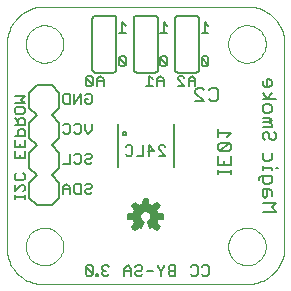
<source format=gbo>
G75*
G70*
%OFA0B0*%
%FSLAX24Y24*%
%IPPOS*%
%LPD*%
%AMOC8*
5,1,8,0,0,1.08239X$1,22.5*
%
%ADD10C,0.0000*%
%ADD11C,0.0080*%
%ADD12C,0.0060*%
%ADD13C,0.0059*%
D10*
X000536Y001785D02*
X000534Y001719D01*
X000536Y001653D01*
X000542Y001587D01*
X000551Y001521D01*
X000564Y001456D01*
X000581Y001391D01*
X000601Y001328D01*
X000625Y001266D01*
X000652Y001206D01*
X000683Y001147D01*
X000717Y001089D01*
X000754Y001034D01*
X000794Y000981D01*
X000837Y000931D01*
X000882Y000882D01*
X000931Y000837D01*
X000981Y000794D01*
X001034Y000754D01*
X001089Y000717D01*
X001147Y000683D01*
X001206Y000652D01*
X001266Y000625D01*
X001328Y000601D01*
X001391Y000581D01*
X001456Y000564D01*
X001521Y000551D01*
X001587Y000542D01*
X001653Y000536D01*
X001719Y000534D01*
X001785Y000536D01*
X001785Y000535D02*
X008535Y000535D01*
X008603Y000537D01*
X008670Y000542D01*
X008737Y000551D01*
X008804Y000564D01*
X008869Y000581D01*
X008934Y000600D01*
X008998Y000624D01*
X009060Y000651D01*
X009121Y000681D01*
X009179Y000714D01*
X009236Y000750D01*
X009291Y000790D01*
X009344Y000832D01*
X009395Y000878D01*
X009442Y000925D01*
X009488Y000976D01*
X009530Y001029D01*
X009570Y001084D01*
X009606Y001141D01*
X009639Y001199D01*
X009669Y001260D01*
X009696Y001322D01*
X009720Y001386D01*
X009739Y001451D01*
X009756Y001516D01*
X009769Y001583D01*
X009778Y001650D01*
X009783Y001717D01*
X009785Y001785D01*
X009785Y008535D01*
X009783Y008603D01*
X009778Y008670D01*
X009769Y008737D01*
X009756Y008804D01*
X009739Y008869D01*
X009720Y008934D01*
X009696Y008998D01*
X009669Y009060D01*
X009639Y009121D01*
X009606Y009179D01*
X009570Y009236D01*
X009530Y009291D01*
X009488Y009344D01*
X009442Y009395D01*
X009395Y009442D01*
X009344Y009488D01*
X009291Y009530D01*
X009236Y009570D01*
X009179Y009606D01*
X009121Y009639D01*
X009060Y009669D01*
X008998Y009696D01*
X008934Y009720D01*
X008869Y009739D01*
X008804Y009756D01*
X008737Y009769D01*
X008670Y009778D01*
X008603Y009783D01*
X008535Y009785D01*
X001785Y009785D01*
X001160Y008535D02*
X001162Y008585D01*
X001168Y008634D01*
X001178Y008683D01*
X001191Y008730D01*
X001209Y008777D01*
X001230Y008822D01*
X001254Y008865D01*
X001282Y008906D01*
X001313Y008945D01*
X001347Y008981D01*
X001384Y009015D01*
X001424Y009045D01*
X001465Y009072D01*
X001509Y009096D01*
X001554Y009116D01*
X001601Y009132D01*
X001649Y009145D01*
X001698Y009154D01*
X001748Y009159D01*
X001797Y009160D01*
X001847Y009157D01*
X001896Y009150D01*
X001945Y009139D01*
X001992Y009125D01*
X002038Y009106D01*
X002083Y009084D01*
X002126Y009059D01*
X002166Y009030D01*
X002204Y008998D01*
X002240Y008964D01*
X002273Y008926D01*
X002302Y008886D01*
X002328Y008844D01*
X002351Y008800D01*
X002370Y008754D01*
X002386Y008707D01*
X002398Y008658D01*
X002406Y008609D01*
X002410Y008560D01*
X002410Y008510D01*
X002406Y008461D01*
X002398Y008412D01*
X002386Y008363D01*
X002370Y008316D01*
X002351Y008270D01*
X002328Y008226D01*
X002302Y008184D01*
X002273Y008144D01*
X002240Y008106D01*
X002204Y008072D01*
X002166Y008040D01*
X002126Y008011D01*
X002083Y007986D01*
X002038Y007964D01*
X001992Y007945D01*
X001945Y007931D01*
X001896Y007920D01*
X001847Y007913D01*
X001797Y007910D01*
X001748Y007911D01*
X001698Y007916D01*
X001649Y007925D01*
X001601Y007938D01*
X001554Y007954D01*
X001509Y007974D01*
X001465Y007998D01*
X001424Y008025D01*
X001384Y008055D01*
X001347Y008089D01*
X001313Y008125D01*
X001282Y008164D01*
X001254Y008205D01*
X001230Y008248D01*
X001209Y008293D01*
X001191Y008340D01*
X001178Y008387D01*
X001168Y008436D01*
X001162Y008485D01*
X001160Y008535D01*
X000535Y008535D02*
X000535Y001785D01*
X001160Y001785D02*
X001162Y001835D01*
X001168Y001884D01*
X001178Y001933D01*
X001191Y001980D01*
X001209Y002027D01*
X001230Y002072D01*
X001254Y002115D01*
X001282Y002156D01*
X001313Y002195D01*
X001347Y002231D01*
X001384Y002265D01*
X001424Y002295D01*
X001465Y002322D01*
X001509Y002346D01*
X001554Y002366D01*
X001601Y002382D01*
X001649Y002395D01*
X001698Y002404D01*
X001748Y002409D01*
X001797Y002410D01*
X001847Y002407D01*
X001896Y002400D01*
X001945Y002389D01*
X001992Y002375D01*
X002038Y002356D01*
X002083Y002334D01*
X002126Y002309D01*
X002166Y002280D01*
X002204Y002248D01*
X002240Y002214D01*
X002273Y002176D01*
X002302Y002136D01*
X002328Y002094D01*
X002351Y002050D01*
X002370Y002004D01*
X002386Y001957D01*
X002398Y001908D01*
X002406Y001859D01*
X002410Y001810D01*
X002410Y001760D01*
X002406Y001711D01*
X002398Y001662D01*
X002386Y001613D01*
X002370Y001566D01*
X002351Y001520D01*
X002328Y001476D01*
X002302Y001434D01*
X002273Y001394D01*
X002240Y001356D01*
X002204Y001322D01*
X002166Y001290D01*
X002126Y001261D01*
X002083Y001236D01*
X002038Y001214D01*
X001992Y001195D01*
X001945Y001181D01*
X001896Y001170D01*
X001847Y001163D01*
X001797Y001160D01*
X001748Y001161D01*
X001698Y001166D01*
X001649Y001175D01*
X001601Y001188D01*
X001554Y001204D01*
X001509Y001224D01*
X001465Y001248D01*
X001424Y001275D01*
X001384Y001305D01*
X001347Y001339D01*
X001313Y001375D01*
X001282Y001414D01*
X001254Y001455D01*
X001230Y001498D01*
X001209Y001543D01*
X001191Y001590D01*
X001178Y001637D01*
X001168Y001686D01*
X001162Y001735D01*
X001160Y001785D01*
X000535Y008535D02*
X000537Y008603D01*
X000542Y008670D01*
X000551Y008737D01*
X000564Y008804D01*
X000581Y008869D01*
X000600Y008934D01*
X000624Y008998D01*
X000651Y009060D01*
X000681Y009121D01*
X000714Y009179D01*
X000750Y009236D01*
X000790Y009291D01*
X000832Y009344D01*
X000878Y009395D01*
X000925Y009442D01*
X000976Y009488D01*
X001029Y009530D01*
X001084Y009570D01*
X001141Y009606D01*
X001199Y009639D01*
X001260Y009669D01*
X001322Y009696D01*
X001386Y009720D01*
X001451Y009739D01*
X001516Y009756D01*
X001583Y009769D01*
X001650Y009778D01*
X001717Y009783D01*
X001785Y009785D01*
X007910Y008535D02*
X007912Y008585D01*
X007918Y008634D01*
X007928Y008683D01*
X007941Y008730D01*
X007959Y008777D01*
X007980Y008822D01*
X008004Y008865D01*
X008032Y008906D01*
X008063Y008945D01*
X008097Y008981D01*
X008134Y009015D01*
X008174Y009045D01*
X008215Y009072D01*
X008259Y009096D01*
X008304Y009116D01*
X008351Y009132D01*
X008399Y009145D01*
X008448Y009154D01*
X008498Y009159D01*
X008547Y009160D01*
X008597Y009157D01*
X008646Y009150D01*
X008695Y009139D01*
X008742Y009125D01*
X008788Y009106D01*
X008833Y009084D01*
X008876Y009059D01*
X008916Y009030D01*
X008954Y008998D01*
X008990Y008964D01*
X009023Y008926D01*
X009052Y008886D01*
X009078Y008844D01*
X009101Y008800D01*
X009120Y008754D01*
X009136Y008707D01*
X009148Y008658D01*
X009156Y008609D01*
X009160Y008560D01*
X009160Y008510D01*
X009156Y008461D01*
X009148Y008412D01*
X009136Y008363D01*
X009120Y008316D01*
X009101Y008270D01*
X009078Y008226D01*
X009052Y008184D01*
X009023Y008144D01*
X008990Y008106D01*
X008954Y008072D01*
X008916Y008040D01*
X008876Y008011D01*
X008833Y007986D01*
X008788Y007964D01*
X008742Y007945D01*
X008695Y007931D01*
X008646Y007920D01*
X008597Y007913D01*
X008547Y007910D01*
X008498Y007911D01*
X008448Y007916D01*
X008399Y007925D01*
X008351Y007938D01*
X008304Y007954D01*
X008259Y007974D01*
X008215Y007998D01*
X008174Y008025D01*
X008134Y008055D01*
X008097Y008089D01*
X008063Y008125D01*
X008032Y008164D01*
X008004Y008205D01*
X007980Y008248D01*
X007959Y008293D01*
X007941Y008340D01*
X007928Y008387D01*
X007918Y008436D01*
X007912Y008485D01*
X007910Y008535D01*
X007910Y001785D02*
X007912Y001835D01*
X007918Y001884D01*
X007928Y001933D01*
X007941Y001980D01*
X007959Y002027D01*
X007980Y002072D01*
X008004Y002115D01*
X008032Y002156D01*
X008063Y002195D01*
X008097Y002231D01*
X008134Y002265D01*
X008174Y002295D01*
X008215Y002322D01*
X008259Y002346D01*
X008304Y002366D01*
X008351Y002382D01*
X008399Y002395D01*
X008448Y002404D01*
X008498Y002409D01*
X008547Y002410D01*
X008597Y002407D01*
X008646Y002400D01*
X008695Y002389D01*
X008742Y002375D01*
X008788Y002356D01*
X008833Y002334D01*
X008876Y002309D01*
X008916Y002280D01*
X008954Y002248D01*
X008990Y002214D01*
X009023Y002176D01*
X009052Y002136D01*
X009078Y002094D01*
X009101Y002050D01*
X009120Y002004D01*
X009136Y001957D01*
X009148Y001908D01*
X009156Y001859D01*
X009160Y001810D01*
X009160Y001760D01*
X009156Y001711D01*
X009148Y001662D01*
X009136Y001613D01*
X009120Y001566D01*
X009101Y001520D01*
X009078Y001476D01*
X009052Y001434D01*
X009023Y001394D01*
X008990Y001356D01*
X008954Y001322D01*
X008916Y001290D01*
X008876Y001261D01*
X008833Y001236D01*
X008788Y001214D01*
X008742Y001195D01*
X008695Y001181D01*
X008646Y001170D01*
X008597Y001163D01*
X008547Y001160D01*
X008498Y001161D01*
X008448Y001166D01*
X008399Y001175D01*
X008351Y001188D01*
X008304Y001204D01*
X008259Y001224D01*
X008215Y001248D01*
X008174Y001275D01*
X008134Y001305D01*
X008097Y001339D01*
X008063Y001375D01*
X008032Y001414D01*
X008004Y001455D01*
X007980Y001498D01*
X007959Y001543D01*
X007941Y001590D01*
X007928Y001637D01*
X007918Y001686D01*
X007912Y001735D01*
X007910Y001785D01*
D11*
X009075Y002950D02*
X009495Y002950D01*
X009355Y003090D01*
X009495Y003230D01*
X009075Y003230D01*
X009145Y003410D02*
X009075Y003480D01*
X009075Y003691D01*
X009285Y003691D01*
X009355Y003621D01*
X009355Y003480D01*
X009215Y003480D02*
X009215Y003691D01*
X009145Y003871D02*
X009075Y003941D01*
X009075Y004151D01*
X009005Y004151D02*
X009355Y004151D01*
X009355Y003941D01*
X009285Y003871D01*
X009145Y003871D01*
X008935Y004011D02*
X008935Y004081D01*
X009005Y004151D01*
X009075Y004331D02*
X009075Y004471D01*
X009075Y004401D02*
X009355Y004401D01*
X009355Y004331D01*
X009495Y004401D02*
X009565Y004401D01*
X009285Y004638D02*
X009355Y004708D01*
X009355Y004918D01*
X009075Y004918D02*
X009075Y004708D01*
X009145Y004638D01*
X009285Y004638D01*
X009355Y005325D02*
X009285Y005395D01*
X009285Y005535D01*
X009215Y005605D01*
X009145Y005605D01*
X009075Y005535D01*
X009075Y005395D01*
X009145Y005325D01*
X009355Y005325D02*
X009425Y005325D01*
X009495Y005395D01*
X009495Y005535D01*
X009425Y005605D01*
X009355Y005785D02*
X009355Y005855D01*
X009285Y005926D01*
X009355Y005996D01*
X009285Y006066D01*
X009075Y006066D01*
X009075Y005926D02*
X009285Y005926D01*
X009355Y005785D02*
X009075Y005785D01*
X009145Y006246D02*
X009075Y006316D01*
X009075Y006456D01*
X009145Y006526D01*
X009285Y006526D01*
X009355Y006456D01*
X009355Y006316D01*
X009285Y006246D01*
X009145Y006246D01*
X009075Y006706D02*
X009495Y006706D01*
X009355Y006916D02*
X009215Y006706D01*
X009075Y006916D01*
X009145Y007090D02*
X009285Y007090D01*
X009355Y007160D01*
X009355Y007300D01*
X009285Y007370D01*
X009215Y007370D01*
X009215Y007090D01*
X009145Y007090D02*
X009075Y007160D01*
X009075Y007300D01*
X007558Y006988D02*
X007558Y006708D01*
X007487Y006638D01*
X007347Y006638D01*
X007277Y006708D01*
X007097Y006638D02*
X006817Y006918D01*
X006817Y006988D01*
X006887Y007058D01*
X007027Y007058D01*
X007097Y006988D01*
X007277Y006988D02*
X007347Y007058D01*
X007487Y007058D01*
X007558Y006988D01*
X007097Y006638D02*
X006817Y006638D01*
X007575Y005708D02*
X007575Y005428D01*
X007575Y005568D02*
X007995Y005568D01*
X007855Y005428D01*
X007925Y005248D02*
X007645Y005248D01*
X007575Y005178D01*
X007575Y005037D01*
X007645Y004967D01*
X007925Y005248D01*
X007995Y005178D01*
X007995Y005037D01*
X007925Y004967D01*
X007645Y004967D01*
X007575Y004787D02*
X007575Y004507D01*
X007995Y004507D01*
X007995Y004787D01*
X007785Y004647D02*
X007785Y004507D01*
X007575Y004340D02*
X007575Y004200D01*
X007575Y004270D02*
X007995Y004270D01*
X007995Y004200D02*
X007995Y004340D01*
X009145Y003410D02*
X009215Y003480D01*
X004393Y005550D02*
X004395Y005565D01*
X004401Y005578D01*
X004410Y005590D01*
X004421Y005599D01*
X004435Y005605D01*
X004450Y005607D01*
X004465Y005605D01*
X004478Y005599D01*
X004490Y005590D01*
X004499Y005579D01*
X004505Y005565D01*
X004507Y005550D01*
X004505Y005535D01*
X004499Y005522D01*
X004490Y005510D01*
X004479Y005501D01*
X004465Y005495D01*
X004450Y005493D01*
X004435Y005495D01*
X004422Y005501D01*
X004410Y005510D01*
X004401Y005521D01*
X004395Y005535D01*
X004393Y005550D01*
X002285Y005410D02*
X002285Y005910D01*
X002035Y006160D01*
X002285Y006410D01*
X002285Y006910D01*
X002035Y007160D01*
X001535Y007160D01*
X001285Y006910D01*
X001285Y006410D01*
X001535Y006160D01*
X001285Y005910D01*
X001285Y005410D01*
X001535Y005160D01*
X001285Y004910D01*
X001285Y004410D01*
X001535Y004160D01*
X001285Y003910D01*
X001285Y003410D01*
X001535Y003160D01*
X002035Y003160D01*
X002285Y003410D01*
X002285Y003910D01*
X002035Y004160D01*
X002285Y004410D01*
X002285Y004910D01*
X002035Y005160D01*
X002285Y005410D01*
D12*
X002453Y005540D02*
X002396Y005597D01*
X002453Y005540D02*
X002567Y005540D01*
X002623Y005597D01*
X002623Y005824D01*
X002567Y005880D01*
X002453Y005880D01*
X002396Y005824D01*
X002765Y005824D02*
X002821Y005880D01*
X002935Y005880D01*
X002992Y005824D01*
X002992Y005597D01*
X002935Y005540D01*
X002821Y005540D01*
X002765Y005597D01*
X003133Y005653D02*
X003133Y005880D01*
X003133Y005653D02*
X003247Y005540D01*
X003360Y005653D01*
X003360Y005880D01*
X003303Y006540D02*
X003190Y006540D01*
X003133Y006597D01*
X003133Y006710D01*
X003247Y006710D01*
X003360Y006597D02*
X003360Y006824D01*
X003303Y006880D01*
X003190Y006880D01*
X003133Y006824D01*
X002992Y006880D02*
X002765Y006540D01*
X002765Y006880D01*
X002623Y006880D02*
X002453Y006880D01*
X002396Y006824D01*
X002396Y006597D01*
X002453Y006540D01*
X002623Y006540D01*
X002623Y006880D01*
X002992Y006880D02*
X002992Y006540D01*
X003303Y006540D02*
X003360Y006597D01*
X003330Y007128D02*
X003217Y007128D01*
X003160Y007184D01*
X003160Y007411D01*
X003387Y007184D01*
X003330Y007128D01*
X003387Y007184D02*
X003387Y007411D01*
X003330Y007468D01*
X003217Y007468D01*
X003160Y007411D01*
X003385Y007685D02*
X003385Y009385D01*
X003387Y009402D01*
X003391Y009419D01*
X003398Y009435D01*
X003408Y009449D01*
X003421Y009462D01*
X003435Y009472D01*
X003451Y009479D01*
X003468Y009483D01*
X003485Y009485D01*
X004085Y009485D01*
X004102Y009483D01*
X004119Y009479D01*
X004135Y009472D01*
X004149Y009462D01*
X004162Y009449D01*
X004172Y009435D01*
X004179Y009419D01*
X004183Y009402D01*
X004185Y009385D01*
X004185Y007685D01*
X004183Y007668D01*
X004179Y007651D01*
X004172Y007635D01*
X004162Y007621D01*
X004149Y007608D01*
X004135Y007598D01*
X004119Y007591D01*
X004102Y007587D01*
X004085Y007585D01*
X003485Y007585D01*
X003468Y007587D01*
X003451Y007591D01*
X003435Y007598D01*
X003421Y007608D01*
X003408Y007621D01*
X003398Y007635D01*
X003391Y007651D01*
X003387Y007668D01*
X003385Y007685D01*
X003642Y007468D02*
X003528Y007354D01*
X003528Y007128D01*
X003528Y007298D02*
X003755Y007298D01*
X003755Y007354D02*
X003755Y007128D01*
X003755Y007354D02*
X003642Y007468D01*
X004271Y007847D02*
X004271Y008074D01*
X004498Y007847D01*
X004442Y007790D01*
X004328Y007790D01*
X004271Y007847D01*
X004271Y008074D02*
X004328Y008130D01*
X004442Y008130D01*
X004498Y008074D01*
X004498Y007847D01*
X004760Y007685D02*
X004760Y009385D01*
X004762Y009402D01*
X004766Y009419D01*
X004773Y009435D01*
X004783Y009449D01*
X004796Y009462D01*
X004810Y009472D01*
X004826Y009479D01*
X004843Y009483D01*
X004860Y009485D01*
X005460Y009485D01*
X005477Y009483D01*
X005494Y009479D01*
X005510Y009472D01*
X005524Y009462D01*
X005537Y009449D01*
X005547Y009435D01*
X005554Y009419D01*
X005558Y009402D01*
X005560Y009385D01*
X005560Y007685D01*
X005558Y007668D01*
X005554Y007651D01*
X005547Y007635D01*
X005537Y007621D01*
X005524Y007608D01*
X005510Y007598D01*
X005494Y007591D01*
X005477Y007587D01*
X005460Y007585D01*
X004860Y007585D01*
X004843Y007587D01*
X004826Y007591D01*
X004810Y007598D01*
X004796Y007608D01*
X004783Y007621D01*
X004773Y007635D01*
X004766Y007651D01*
X004762Y007668D01*
X004760Y007685D01*
X005273Y007468D02*
X005273Y007128D01*
X005160Y007128D02*
X005387Y007128D01*
X005528Y007128D02*
X005528Y007354D01*
X005642Y007468D01*
X005755Y007354D01*
X005755Y007128D01*
X005755Y007298D02*
X005528Y007298D01*
X005387Y007354D02*
X005273Y007468D01*
X005646Y007847D02*
X005703Y007790D01*
X005817Y007790D01*
X005873Y007847D01*
X005646Y008074D01*
X005646Y007847D01*
X005646Y008074D02*
X005703Y008130D01*
X005817Y008130D01*
X005873Y008074D01*
X005873Y007847D01*
X006135Y007685D02*
X006135Y009385D01*
X006137Y009402D01*
X006141Y009419D01*
X006148Y009435D01*
X006158Y009449D01*
X006171Y009462D01*
X006185Y009472D01*
X006201Y009479D01*
X006218Y009483D01*
X006235Y009485D01*
X006835Y009485D01*
X006852Y009483D01*
X006869Y009479D01*
X006885Y009472D01*
X006899Y009462D01*
X006912Y009449D01*
X006922Y009435D01*
X006929Y009419D01*
X006933Y009402D01*
X006935Y009385D01*
X006935Y007685D01*
X006933Y007668D01*
X006929Y007651D01*
X006922Y007635D01*
X006912Y007621D01*
X006899Y007608D01*
X006885Y007598D01*
X006869Y007591D01*
X006852Y007587D01*
X006835Y007585D01*
X006235Y007585D01*
X006218Y007587D01*
X006201Y007591D01*
X006185Y007598D01*
X006171Y007608D01*
X006158Y007621D01*
X006148Y007635D01*
X006141Y007651D01*
X006137Y007668D01*
X006135Y007685D01*
X006279Y007468D02*
X006392Y007468D01*
X006449Y007411D01*
X006591Y007354D02*
X006591Y007128D01*
X006449Y007128D02*
X006222Y007354D01*
X006222Y007411D01*
X006279Y007468D01*
X006591Y007354D02*
X006704Y007468D01*
X006818Y007354D01*
X006818Y007128D01*
X006818Y007298D02*
X006591Y007298D01*
X006449Y007128D02*
X006222Y007128D01*
X007021Y007847D02*
X007078Y007790D01*
X007192Y007790D01*
X007248Y007847D01*
X007021Y008074D01*
X007021Y007847D01*
X007021Y008074D02*
X007078Y008130D01*
X007192Y008130D01*
X007248Y008074D01*
X007248Y007847D01*
X007248Y008915D02*
X007021Y008915D01*
X007135Y008915D02*
X007135Y009255D01*
X007248Y009142D01*
X005873Y009142D02*
X005760Y009255D01*
X005760Y008915D01*
X005873Y008915D02*
X005646Y008915D01*
X004498Y008915D02*
X004271Y008915D01*
X004385Y008915D02*
X004385Y009255D01*
X004498Y009142D01*
X004230Y005870D02*
X004230Y004450D01*
X004542Y004815D02*
X004486Y004872D01*
X004542Y004815D02*
X004656Y004815D01*
X004713Y004872D01*
X004713Y005099D01*
X004656Y005155D01*
X004542Y005155D01*
X004486Y005099D01*
X004854Y004815D02*
X005081Y004815D01*
X005081Y005155D01*
X005222Y004985D02*
X005449Y004985D01*
X005279Y005155D01*
X005279Y004815D01*
X005591Y004815D02*
X005818Y004815D01*
X005591Y005042D01*
X005591Y005099D01*
X005647Y005155D01*
X005761Y005155D01*
X005818Y005099D01*
X006090Y004450D02*
X006090Y005870D01*
X003360Y004824D02*
X003360Y004767D01*
X003303Y004710D01*
X003190Y004710D01*
X003133Y004653D01*
X003133Y004597D01*
X003190Y004540D01*
X003303Y004540D01*
X003360Y004597D01*
X003360Y004824D02*
X003303Y004880D01*
X003190Y004880D01*
X003133Y004824D01*
X002992Y004824D02*
X002992Y004597D01*
X002935Y004540D01*
X002821Y004540D01*
X002765Y004597D01*
X002623Y004540D02*
X002396Y004540D01*
X002623Y004540D02*
X002623Y004880D01*
X002765Y004824D02*
X002821Y004880D01*
X002935Y004880D01*
X002992Y004824D01*
X002992Y003880D02*
X002821Y003880D01*
X002765Y003824D01*
X002765Y003597D01*
X002821Y003540D01*
X002992Y003540D01*
X002992Y003880D01*
X003133Y003824D02*
X003190Y003880D01*
X003303Y003880D01*
X003360Y003824D01*
X003360Y003767D01*
X003303Y003710D01*
X003190Y003710D01*
X003133Y003653D01*
X003133Y003597D01*
X003190Y003540D01*
X003303Y003540D01*
X003360Y003597D01*
X002623Y003540D02*
X002623Y003767D01*
X002510Y003880D01*
X002396Y003767D01*
X002396Y003540D01*
X002396Y003710D02*
X002623Y003710D01*
X001130Y003682D02*
X001074Y003625D01*
X001130Y003682D02*
X001130Y003795D01*
X001074Y003852D01*
X001017Y003852D01*
X000790Y003625D01*
X000790Y003852D01*
X000847Y003993D02*
X000790Y004050D01*
X000790Y004164D01*
X000847Y004220D01*
X000847Y003993D02*
X001074Y003993D01*
X001130Y004050D01*
X001130Y004164D01*
X001074Y004220D01*
X001130Y004730D02*
X000790Y004730D01*
X000790Y004957D01*
X000790Y005098D02*
X000790Y005325D01*
X000790Y005467D02*
X001130Y005467D01*
X001130Y005637D01*
X001074Y005694D01*
X000960Y005694D01*
X000903Y005637D01*
X000903Y005467D01*
X000960Y005212D02*
X000960Y005098D01*
X001130Y005098D02*
X000790Y005098D01*
X000960Y004844D02*
X000960Y004730D01*
X001130Y004730D02*
X001130Y004957D01*
X001130Y005098D02*
X001130Y005325D01*
X001130Y005835D02*
X000790Y005835D01*
X000903Y005835D02*
X000903Y006005D01*
X000960Y006062D01*
X001074Y006062D01*
X001130Y006005D01*
X001130Y005835D01*
X000903Y005948D02*
X000790Y006062D01*
X000847Y006203D02*
X000790Y006260D01*
X000790Y006374D01*
X000847Y006430D01*
X001074Y006430D01*
X001130Y006374D01*
X001130Y006260D01*
X001074Y006203D01*
X000847Y006203D01*
X000790Y006572D02*
X001130Y006572D01*
X001017Y006685D01*
X001130Y006799D01*
X000790Y006799D01*
X000790Y003493D02*
X000790Y003380D01*
X000790Y003436D02*
X001130Y003436D01*
X001130Y003380D02*
X001130Y003493D01*
X003218Y001155D02*
X003161Y001099D01*
X003388Y000872D01*
X003331Y000815D01*
X003218Y000815D01*
X003161Y000872D01*
X003161Y001099D01*
X003218Y001155D02*
X003331Y001155D01*
X003388Y001099D01*
X003388Y000872D01*
X003515Y000872D02*
X003515Y000815D01*
X003572Y000815D01*
X003572Y000872D01*
X003515Y000872D01*
X003713Y000872D02*
X003770Y000815D01*
X003883Y000815D01*
X003940Y000872D01*
X003827Y000985D02*
X003770Y000985D01*
X003713Y000928D01*
X003713Y000872D01*
X003770Y000985D02*
X003713Y001042D01*
X003713Y001099D01*
X003770Y001155D01*
X003883Y001155D01*
X003940Y001099D01*
X004450Y001042D02*
X004450Y000815D01*
X004450Y000985D02*
X004677Y000985D01*
X004677Y001042D02*
X004563Y001155D01*
X004450Y001042D01*
X004677Y001042D02*
X004677Y000815D01*
X004818Y000872D02*
X004875Y000815D01*
X004988Y000815D01*
X005045Y000872D01*
X004988Y000985D02*
X004875Y000985D01*
X004818Y000928D01*
X004818Y000872D01*
X004988Y000985D02*
X005045Y001042D01*
X005045Y001099D01*
X004988Y001155D01*
X004875Y001155D01*
X004818Y001099D01*
X005187Y000985D02*
X005413Y000985D01*
X005555Y001099D02*
X005555Y001155D01*
X005555Y001099D02*
X005668Y000985D01*
X005668Y000815D01*
X005668Y000985D02*
X005782Y001099D01*
X005782Y001155D01*
X005923Y001099D02*
X005923Y001042D01*
X005980Y000985D01*
X006150Y000985D01*
X006150Y000815D02*
X005980Y000815D01*
X005923Y000872D01*
X005923Y000928D01*
X005980Y000985D01*
X005923Y001099D02*
X005980Y001155D01*
X006150Y001155D01*
X006150Y000815D01*
X006660Y000872D02*
X006717Y000815D01*
X006830Y000815D01*
X006887Y000872D01*
X006887Y001099D01*
X006830Y001155D01*
X006717Y001155D01*
X006660Y001099D01*
X007028Y001099D02*
X007085Y001155D01*
X007198Y001155D01*
X007255Y001099D01*
X007255Y000872D01*
X007198Y000815D01*
X007085Y000815D01*
X007028Y000872D01*
D13*
X005524Y002320D02*
X005625Y002421D01*
X005504Y002570D01*
X005535Y002630D01*
X005556Y002694D01*
X005746Y002713D01*
X005746Y002857D01*
X005556Y002876D01*
X005535Y002940D01*
X005504Y003000D01*
X005625Y003149D01*
X005524Y003250D01*
X005375Y003129D01*
X005315Y003160D01*
X005251Y003181D01*
X005232Y003371D01*
X005088Y003371D01*
X005069Y003181D01*
X005005Y003160D01*
X004945Y003129D01*
X004796Y003250D01*
X004695Y003149D01*
X004816Y003000D01*
X004785Y002940D01*
X004764Y002876D01*
X004574Y002857D01*
X004574Y002713D01*
X004764Y002694D01*
X004785Y002630D01*
X004816Y002570D01*
X004695Y002421D01*
X004796Y002320D01*
X004945Y002441D01*
X005005Y002410D01*
X005089Y002614D01*
X005051Y002636D01*
X005019Y002666D01*
X004995Y002703D01*
X004980Y002745D01*
X004976Y002789D01*
X004982Y002833D01*
X004998Y002874D01*
X005024Y002910D01*
X005058Y002938D01*
X005097Y002958D01*
X005140Y002968D01*
X005184Y002968D01*
X005227Y002957D01*
X005266Y002936D01*
X005299Y002907D01*
X005324Y002870D01*
X005339Y002829D01*
X005345Y002785D01*
X005339Y002742D01*
X005324Y002701D01*
X005300Y002665D01*
X005268Y002636D01*
X005231Y002614D01*
X005315Y002410D01*
X005375Y002441D01*
X005524Y002320D01*
X005581Y002377D02*
X005454Y002377D01*
X005383Y002434D02*
X005615Y002434D01*
X005568Y002492D02*
X005281Y002492D01*
X005258Y002549D02*
X005521Y002549D01*
X005523Y002607D02*
X005234Y002607D01*
X005300Y002665D02*
X005546Y002665D01*
X005746Y002722D02*
X005332Y002722D01*
X005344Y002780D02*
X005746Y002780D01*
X005746Y002837D02*
X005336Y002837D01*
X005307Y002895D02*
X005550Y002895D01*
X005529Y002952D02*
X005236Y002952D01*
X005085Y002952D02*
X004791Y002952D01*
X004808Y003010D02*
X005512Y003010D01*
X005559Y003067D02*
X004761Y003067D01*
X004714Y003125D02*
X005606Y003125D01*
X005591Y003183D02*
X005440Y003183D01*
X005511Y003240D02*
X005534Y003240D01*
X005251Y003183D02*
X005069Y003183D01*
X005075Y003240D02*
X005245Y003240D01*
X005239Y003298D02*
X005081Y003298D01*
X005086Y003355D02*
X005234Y003355D01*
X004880Y003183D02*
X004729Y003183D01*
X004786Y003240D02*
X004809Y003240D01*
X004770Y002895D02*
X005013Y002895D01*
X004984Y002837D02*
X004574Y002837D01*
X004574Y002780D02*
X004976Y002780D01*
X004988Y002722D02*
X004574Y002722D01*
X004774Y002665D02*
X005021Y002665D01*
X005086Y002607D02*
X004797Y002607D01*
X004799Y002549D02*
X005062Y002549D01*
X005039Y002492D02*
X004752Y002492D01*
X004705Y002434D02*
X004937Y002434D01*
X004957Y002434D02*
X005015Y002434D01*
X004866Y002377D02*
X004739Y002377D01*
X005305Y002434D02*
X005363Y002434D01*
M02*

</source>
